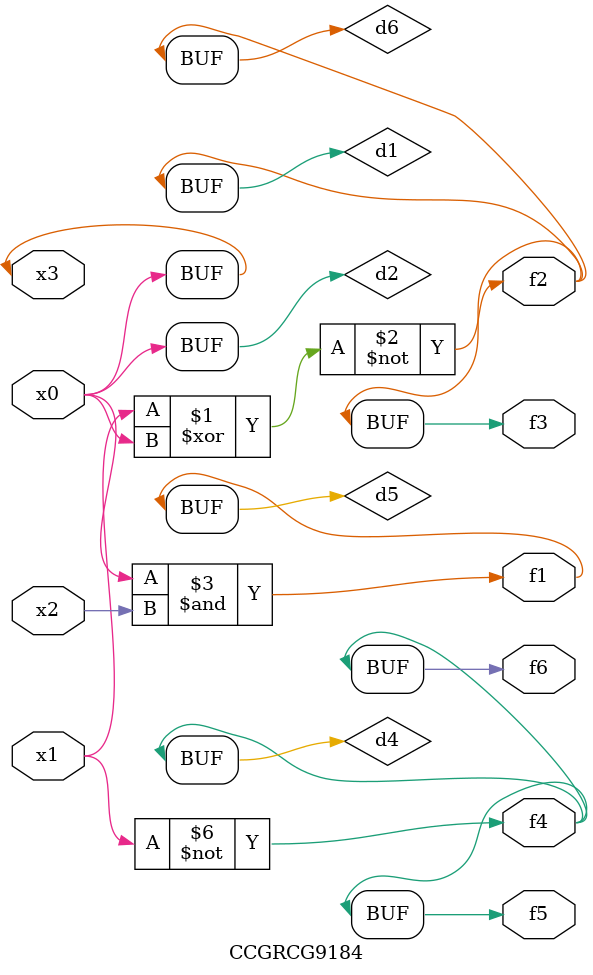
<source format=v>
module CCGRCG9184(
	input x0, x1, x2, x3,
	output f1, f2, f3, f4, f5, f6
);

	wire d1, d2, d3, d4, d5, d6;

	xnor (d1, x1, x3);
	buf (d2, x0, x3);
	nand (d3, x0, x2);
	not (d4, x1);
	nand (d5, d3);
	or (d6, d1);
	assign f1 = d5;
	assign f2 = d6;
	assign f3 = d6;
	assign f4 = d4;
	assign f5 = d4;
	assign f6 = d4;
endmodule

</source>
